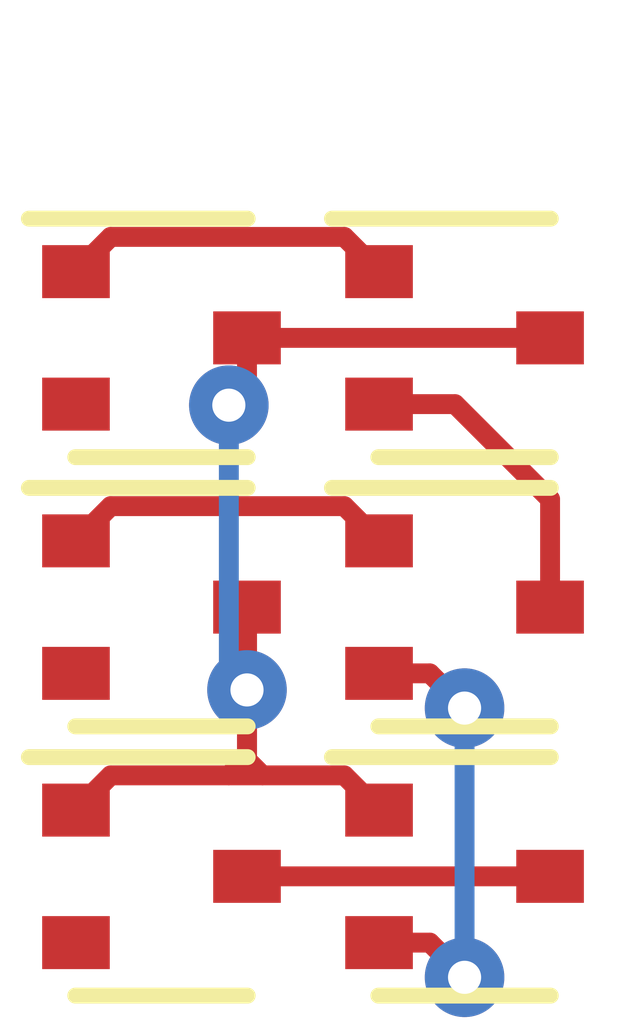
<source format=kicad_pcb>
(kicad_pcb (version 20211014) (generator pcbnew)
  (layers (0 "F.Cu" signal) (31 "B.Cu" signal) (34 "B.Paste" user) (35 "F.Paste" user) (36 "B.SilkS" user "B.Silkscreen") (37 "F.SilkS" user "F.Silkscreen") (38 "B.Mask" user) (39 "F.Mask" user) (44 "Edge.Cuts" user))
  (net 0 "")
  (net 1 "B")
  (net 2 "inter")
  (net 3 "GND")
  (net 4 "A")
  (net 5 "Net-(P1-Pad3)")
  (net 6 "VCC")
  (net 7 "OUT")
  (footprint "Package_TO_SOT_SMD:SOT-523" (layer "F.Cu") (at 135.89 82.55)
    (fp_text reference "P3" hide)
    (fp_text value "C5148641" hide)
    (fp_line (start 0.65 0.9) (end -0.65 0.9) (layer "F.SilkS") (width 0.12))
    (fp_line (start -1 -0.9) (end 0.65 -0.9) (layer "F.SilkS") (width 0.12))
    (pad "1" smd rect (at -0.645 -0.5 180) (size 0.51 0.4) (layers "F.Cu" "F.Paste" "F.Mask") (net 2 "inter"))
    (pad "2" smd rect (at -0.645 0.5 180) (size 0.51 0.4) (layers "F.Cu" "F.Paste" "F.Mask") (net 6 "VCC"))
    (pad "3" smd rect (at 0.645 0 180) (size 0.51 0.4) (layers "F.Cu" "F.Paste" "F.Mask") (net 7 "OUT"))
  )
  (footprint "Package_TO_SOT_SMD:SOT-523" (layer "F.Cu") (at 135.89 80.518)
    (fp_text reference "P1" hide)
    (fp_text value "C5148641" hide)
    (fp_line (start 0.65 0.9) (end -0.65 0.9) (layer "F.SilkS") (width 0.12))
    (fp_line (start -1 -0.9) (end 0.65 -0.9) (layer "F.SilkS") (width 0.12))
    (pad "1" smd rect (at -0.645 -0.5 180) (size 0.51 0.4) (layers "F.Cu" "F.Paste" "F.Mask") (net 4 "A"))
    (pad "2" smd rect (at -0.645 0.5 180) (size 0.51 0.4) (layers "F.Cu" "F.Paste" "F.Mask") (net 6 "VCC"))
    (pad "3" smd rect (at 0.645 0 180) (size 0.51 0.4) (layers "F.Cu" "F.Paste" "F.Mask") (net 5 "Net-(P1-Pad3)"))
  )
  (footprint "Package_TO_SOT_SMD:SOT-523" (layer "F.Cu") (at 133.604 78.486)
    (fp_text reference "N2" hide)
    (fp_text value "C2879716" hide)
    (fp_line (start 0.65 0.9) (end -0.65 0.9) (layer "F.SilkS") (width 0.12))
    (fp_line (start -1 -0.9) (end 0.65 -0.9) (layer "F.SilkS") (width 0.12))
    (pad "1" smd rect (at -0.645 -0.5 180) (size 0.51 0.4) (layers "F.Cu" "F.Paste" "F.Mask") (net 1 "B"))
    (pad "2" smd rect (at -0.645 0.5 180) (size 0.51 0.4) (layers "F.Cu" "F.Paste" "F.Mask") (net 3 "GND"))
    (pad "3" smd rect (at 0.645 0 180) (size 0.51 0.4) (layers "F.Cu" "F.Paste" "F.Mask") (net 2 "inter"))
  )
  (footprint "Package_TO_SOT_SMD:SOT-523" (layer "F.Cu") (at 133.604 82.55)
    (fp_text reference "N3" hide)
    (fp_text value "C2879716" hide)
    (fp_line (start 0.65 0.9) (end -0.65 0.9) (layer "F.SilkS") (width 0.12))
    (fp_line (start -1 -0.9) (end 0.65 -0.9) (layer "F.SilkS") (width 0.12))
    (pad "1" smd rect (at -0.645 -0.5 180) (size 0.51 0.4) (layers "F.Cu" "F.Paste" "F.Mask") (net 2 "inter"))
    (pad "2" smd rect (at -0.645 0.5 180) (size 0.51 0.4) (layers "F.Cu" "F.Paste" "F.Mask") (net 3 "GND"))
    (pad "3" smd rect (at 0.645 0 180) (size 0.51 0.4) (layers "F.Cu" "F.Paste" "F.Mask") (net 7 "OUT"))
  )
  (footprint "Package_TO_SOT_SMD:SOT-523" (layer "F.Cu") (at 135.89 78.486)
    (fp_text reference "P2" hide)
    (fp_text value "C5148641" hide)
    (fp_line (start 0.65 0.9) (end -0.65 0.9) (layer "F.SilkS") (width 0.12))
    (fp_line (start -1 -0.9) (end 0.65 -0.9) (layer "F.SilkS") (width 0.12))
    (pad "1" smd rect (at -0.645 -0.5 180) (size 0.51 0.4) (layers "F.Cu" "F.Paste" "F.Mask") (net 1 "B"))
    (pad "2" smd rect (at -0.645 0.5 180) (size 0.51 0.4) (layers "F.Cu" "F.Paste" "F.Mask") (net 5 "Net-(P1-Pad3)"))
    (pad "3" smd rect (at 0.645 0 180) (size 0.51 0.4) (layers "F.Cu" "F.Paste" "F.Mask") (net 2 "inter"))
  )
  (footprint "Package_TO_SOT_SMD:SOT-523" (layer "F.Cu") (at 133.604 80.518)
    (fp_text reference "N1" hide)
    (fp_text value "C2879716" hide)
    (fp_line (start -1 -0.9) (end 0.65 -0.9) (layer "F.SilkS") (width 0.12))
    (fp_line (start 0.65 0.9) (end -0.65 0.9) (layer "F.SilkS") (width 0.12))
    (pad "1" smd rect (at -0.645 -0.5 180) (size 0.51 0.4) (layers "F.Cu" "F.Paste" "F.Mask") (net 4 "A"))
    (pad "2" smd rect (at -0.645 0.5 180) (size 0.51 0.4) (layers "F.Cu" "F.Paste" "F.Mask") (net 3 "GND"))
    (pad "3" smd rect (at 0.645 0 180) (size 0.51 0.4) (layers "F.Cu" "F.Paste" "F.Mask") (net 2 "inter"))
  )
  (segment (start 133.221 77.724) (end 132.959 77.986) (width 0.15) (layer "F.Cu") (net 1))
  (segment (start 134.983 77.724) (end 133.221 77.724) (width 0.15) (layer "F.Cu") (net 1))
  (segment (start 135.245 77.986) (end 134.983 77.724) (width 0.15) (layer "F.Cu") (net 1))
  (segment (start 134.366 81.788) (end 134.112 81.788) (width 0.15) (layer "F.Cu") (net 2))
  (segment (start 134.249 81.671) (end 134.366 81.788) (width 0.15) (layer "F.Cu") (net 2))
  (segment (start 134.112 81.788) (end 133.221 81.788) (width 0.15) (layer "F.Cu") (net 2))
  (segment (start 134.249 81.143) (end 134.249 81.651) (width 0.15) (layer "F.Cu") (net 2))
  (segment (start 133.221 81.788) (end 132.959 82.05) (width 0.15) (layer "F.Cu") (net 2))
  (segment (start 134.249 80.518) (end 134.249 81.143) (width 0.15) (layer "F.Cu") (net 2))
  (segment (start 134.249 78.857) (end 134.112 78.994) (width 0.15) (layer "F.Cu") (net 2))
  (segment (start 134.249 78.486) (end 136.535 78.486) (width 0.15) (layer "F.Cu") (net 2))
  (segment (start 134.249 80.518) (end 134.249 81.671) (width 0.15) (layer "F.Cu") (net 2))
  (segment (start 134.983 81.788) (end 134.366 81.788) (width 0.15) (layer "F.Cu") (net 2))
  (segment (start 135.245 82.05) (end 134.983 81.788) (width 0.15) (layer "F.Cu") (net 2))
  (segment (start 134.249 81.651) (end 134.112 81.788) (width 0.15) (layer "F.Cu") (net 2))
  (segment (start 134.249 78.486) (end 134.249 78.857) (width 0.15) (layer "F.Cu") (net 2))
  (via (at 134.112 78.994) (size 0.6) (drill 0.25) (layers "F.Cu" "B.Cu") (net 2))
  (via (at 134.249 81.143) (size 0.6) (drill 0.25) (layers "F.Cu" "B.Cu") (net 2))
  (segment (start 134.112 78.994) (end 134.112 81.006) (width 0.15) (layer "B.Cu") (net 2))
  (segment (start 134.112 81.006) (end 134.249 81.143) (width 0.15) (layer "B.Cu") (net 2))
  (segment (start 133.221 79.756) (end 134.983 79.756) (width 0.15) (layer "F.Cu") (net 4))
  (segment (start 132.959 80.018) (end 133.221 79.756) (width 0.15) (layer "F.Cu") (net 4))
  (segment (start 134.983 79.756) (end 135.245 80.018) (width 0.15) (layer "F.Cu") (net 4))
  (segment (start 135.245 78.986) (end 135.8175 78.986) (width 0.15) (layer "F.Cu") (net 5))
  (segment (start 136.535 79.7035) (end 136.535 80.518) (width 0.15) (layer "F.Cu") (net 5))
  (segment (start 135.8175 78.986) (end 136.535 79.7035) (width 0.15) (layer "F.Cu") (net 5))
  (segment (start 135.628 83.05) (end 135.89 83.312) (width 0.15) (layer "F.Cu") (net 6))
  (segment (start 135.245 83.05) (end 135.628 83.05) (width 0.15) (layer "F.Cu") (net 6))
  (segment (start 135.628 81.018) (end 135.89 81.28) (width 0.15) (layer "F.Cu") (net 6))
  (segment (start 135.245 81.018) (end 135.628 81.018) (width 0.15) (layer "F.Cu") (net 6))
  (via (at 135.89 81.28) (size 0.6) (drill 0.25) (layers "F.Cu" "B.Cu") (net 6))
  (via (at 135.89 83.312) (size 0.6) (drill 0.25) (layers "F.Cu" "B.Cu") (net 6))
  (segment (start 135.89 83.312) (end 135.89 81.28) (width 0.15) (layer "B.Cu") (net 6))
  (segment (start 134.249 82.55) (end 136.535 82.55) (width 0.15) (layer "F.Cu") (net 7))
)
</source>
